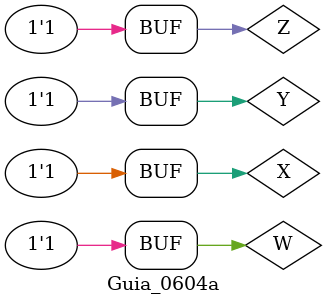
<source format=v>
/*
 Guia_0604a.v - v0.0. - 28 / 08 / 2022
 Autor    : Gabriel Vargas Bento de Souza
 Matricula: 778023
 */

/* 
 Produto das somas
                  ____
F(X, Y, W, Z) =   | |  M (2,6,7,13)
*/

/**
 PoS (2,6,7,13)
 */
module PoS (output S,
            input  X, Y, W, Z);
   assign S = ( X |  Y | ~W |  Z)   // 2 
            & ( X | ~Y | ~W |  Z)   // 6
            & ( X | ~Y | ~W | ~Z)   // 7
            & (~X | ~Y |  W | ~Z);  // 13
endmodule // PoS 

/**
 PoS(2,6,7,13)_Simplificado = X +W'+Z . X +W'+Y' . X'+Y'+W +Z'
 */
module PoS_simple (output S,
                   input  X, Y, W, Z);
   assign S = ( X | ~W |  Z)
            & ( X | ~W | ~Y)
            & (~X | ~Y |  W | ~Z);
endmodule // PoS_simple

/**
  Guia_0604a.v
 */
module Guia_0604a;
   reg  X, Y, W, Z;
   wire S1, S2;
   
   // instancias
   PoS        POS1 (S1, X, Y, W, Z);
   PoS_simple POS2 (S2, X, Y, W, Z);
   
   // valores iniciais
   initial begin: start
      X=1'bx; Y=1'bx; W=1'bx; Z=1'bx;
   end

   // parte principal
   initial begin: main
       $display("Gabriel Vargas Bento de Souza - 778023");
       $display("Guia_06");
       $display("\n04.a) PoS (2,6,7,13)\n");

       // monitoramento
       $display(" X  Y  W  Z  S1  S2");
       $monitor("%2b %2b %2b %2b %2b %3b", X,  Y,  W,  Z,  S1, S2);

       // sinalizacao
          X=0; Y=0; W=0; Z=0;
       #1                Z=1;
       #1           W=1; Z=0;
       #1                Z=1;
       #1      Y=1; W=0; Z=0;
       #1                Z=1;
       #1           W=1; Z=0;
       #1                Z=1;
       #1 X=1; Y=0; W=0; Z=0;
       #1                Z=1;
       #1           W=1; Z=0;
       #1                Z=1;
       #1      Y=1; W=0; Z=0;
       #1                Z=1;
       #1           W=1; Z=0;
       #1                Z=1;
   end
endmodule // Guia_0604a

/*
C:\Users\Gabriel\Desktop\CC-PUC\2Periodo\ARQ1\Tarefas\Guia06>vvp Guia_0604a.vvp
Gabriel Vargas Bento de Souza - 778023
Guia_06

04.a) PoS (2,6,7,13)

 X  Y  W  Z  S1  S2
 0  0  0  0  1   1
 0  0  0  1  1   1
 0  0  1  0  0   0
 0  0  1  1  1   1
 0  1  0  0  1   1
 0  1  0  1  1   1
 0  1  1  0  0   0
 0  1  1  1  0   0
 1  0  0  0  1   1
 1  0  0  1  1   1
 1  0  1  0  1   1
 1  0  1  1  1   1
 1  1  0  0  1   1
 1  1  0  1  0   0
 1  1  1  0  1   1
 1  1  1  1  1   1

*/
</source>
